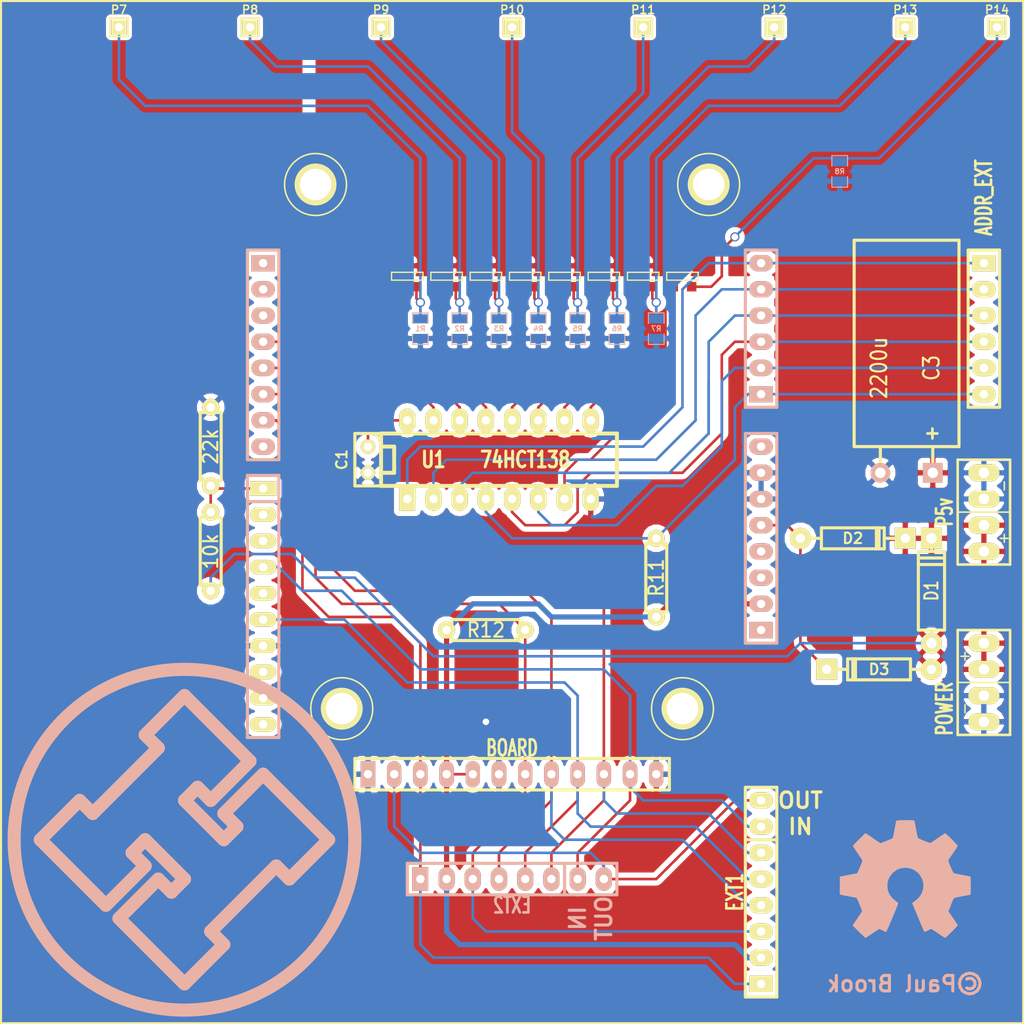
<source format=kicad_pcb>
(kicad_pcb (version 3) (host pcbnew "(22-Jun-2014 BZR 4027)-stable")
  (layers (15 F.Cu signal) (0 B.Cu signal) (18 B.Paste user) (19 F.Paste user) (20 B.SilkS user) (21 F.SilkS user) (22 B.Mask user) (23 F.Mask user) (28 Edge.Cuts user))
  (net 0 "")
  (net 1 /5v)
  (net 2 /5v_EXT)
  (net 3 /5v_USB)
  (net 4 /A0)
  (net 5 /A1)
  (net 6 /A2)
  (net 7 /A3)
  (net 8 /A3in)
  (net 9 /A_EN)
  (net 10 /BLANK)
  (net 11 /GND)
  (net 12 /GSCLK)
  (net 13 /MODE)
  (net 14 /Q1)
  (net 15 /Q2)
  (net 16 /Q3)
  (net 17 /Q4)
  (net 18 /Q5)
  (net 19 /Q6)
  (net 20 /Q7)
  (net 21 /Q8)
  (net 22 /S1)
  (net 23 /S2)
  (net 24 /S3)
  (net 25 /S4)
  (net 26 /S5)
  (net 27 /S6)
  (net 28 /S7)
  (net 29 /S8)
  (net 30 /SCLK)
  (net 31 /SENSE_EXT)
  (net 32 /SIN)
  (net 33 /SOUT)
  (net 34 /VCC)
  (net 35 /XLAT)
  (module SIL-8-ELL (layer B.Cu) (at 76.2 111.76)
    (fp_text reference P22 hide)
    (fp_text value EXT2 (at 0 2.54) (layer B.SilkS) (effects (font (size 1.524 1.016) (thickness 0.3048)) (justify mirror)))
    (pad 1 thru_hole rect (at -8.89 0) (size 1.5748 2.286) (drill 0.8128) (layers *.Cu *.Mask B.SilkS) (net 12 /GSCLK))
    (pad 2 thru_hole oval (at -6.35 0) (size 1.5748 2.286) (drill 0.8128) (layers *.Cu *.Mask B.SilkS) (net 34 /VCC))
    (pad 3 thru_hole oval (at -3.81 0) (size 1.5748 2.286) (drill 0.8128) (layers *.Cu *.Mask B.SilkS) (net 10 /BLANK))
    (pad 4 thru_hole oval (at -1.27 0) (size 1.5748 2.286) (drill 0.8128) (layers *.Cu *.Mask B.SilkS) (net 35 /XLAT))
    (pad 5 thru_hole oval (at 1.27 0) (size 1.5748 2.286) (drill 0.8128) (layers *.Cu *.Mask B.SilkS) (net 30 /SCLK))
    (pad 6 thru_hole oval (at 3.81 0) (size 1.5748 2.286) (drill 0.8128) (layers *.Cu *.Mask B.SilkS) (net 13 /MODE))
    (pad 7 thru_hole oval (at 6.35 0) (size 1.5748 2.286) (drill 0.8128) (layers *.Cu *.Mask B.SilkS) (net 32 /SIN))
    (pad 8 thru_hole oval (at 8.89 0) (size 1.5748 2.286) (drill 0.8128) (layers *.Cu *.Mask B.SilkS) (net 33 /SOUT))
  )
  (module SIL-8-ELL (layer F.Cu) (at 100.33 113.03 90)
    (fp_text reference P20 hide)
    (fp_text value EXT1 (at 0 -2.54 90) (layer F.SilkS) (effects (font (size 1.524 1.016) (thickness 0.3048))))
    (pad 1 thru_hole rect (at -8.89 0 90) (size 1.5748 2.286) (drill 0.8128) (layers *.Cu *.Mask F.SilkS) (net 12 /GSCLK))
    (pad 2 thru_hole oval (at -6.35 0 90) (size 1.5748 2.286) (drill 0.8128) (layers *.Cu *.Mask F.SilkS) (net 34 /VCC))
    (pad 3 thru_hole oval (at -3.81 0 90) (size 1.5748 2.286) (drill 0.8128) (layers *.Cu *.Mask F.SilkS) (net 10 /BLANK))
    (pad 4 thru_hole oval (at -1.27 0 90) (size 1.5748 2.286) (drill 0.8128) (layers *.Cu *.Mask F.SilkS) (net 35 /XLAT))
    (pad 5 thru_hole oval (at 1.27 0 90) (size 1.5748 2.286) (drill 0.8128) (layers *.Cu *.Mask F.SilkS) (net 30 /SCLK))
    (pad 6 thru_hole oval (at 3.81 0 90) (size 1.5748 2.286) (drill 0.8128) (layers *.Cu *.Mask F.SilkS) (net 13 /MODE))
    (pad 7 thru_hole oval (at 6.35 0 90) (size 1.5748 2.286) (drill 0.8128) (layers *.Cu *.Mask F.SilkS) (net 32 /SIN))
    (pad 8 thru_hole oval (at 8.89 0 90) (size 1.5748 2.286) (drill 0.8128) (layers *.Cu *.Mask F.SilkS) (net 33 /SOUT))
  )
  (module DIP-16__300_ELL (layer F.Cu) (at 74.93 71.12)
    (fp_text reference U1 (at -6.35 0) (layer F.SilkS) (effects (font (size 1.524 1.143) (thickness 0.3048))))
    (fp_text value 74HCT138 (at 2.54 0) (layer F.SilkS) (effects (font (size 1.524 1.143) (thickness 0.3048))))
    (pad 1 thru_hole rect (at -8.89 3.81) (size 1.5748 2.286) (drill 0.8128) (layers *.Cu *.Mask F.SilkS) (net 4 /A0))
    (pad 2 thru_hole oval (at -6.35 3.81) (size 1.5748 2.286) (drill 0.8128) (layers *.Cu *.Mask F.SilkS) (net 5 /A1))
    (pad 3 thru_hole oval (at -3.81 3.81) (size 1.5748 2.286) (drill 0.8128) (layers *.Cu *.Mask F.SilkS) (net 6 /A2))
    (pad 4 thru_hole oval (at -1.27 3.81) (size 1.5748 2.286) (drill 0.8128) (layers *.Cu *.Mask F.SilkS) (net 9 /A_EN))
    (pad 5 thru_hole oval (at 1.27 3.81) (size 1.5748 2.286) (drill 0.8128) (layers *.Cu *.Mask F.SilkS) (net 7 /A3))
    (pad 6 thru_hole oval (at 3.81 3.81) (size 1.5748 2.286) (drill 0.8128) (layers *.Cu *.Mask F.SilkS) (net 8 /A3in))
    (pad 7 thru_hole oval (at 6.35 3.81) (size 1.5748 2.286) (drill 0.8128) (layers *.Cu *.Mask F.SilkS) (net 21 /Q8))
    (pad 8 thru_hole oval (at 8.89 3.81) (size 1.5748 2.286) (drill 0.8128) (layers *.Cu *.Mask F.SilkS) (net 11 /GND))
    (pad 9 thru_hole oval (at 8.89 -3.81) (size 1.5748 2.286) (drill 0.8128) (layers *.Cu *.Mask F.SilkS) (net 20 /Q7))
    (pad 10 thru_hole oval (at 6.35 -3.81) (size 1.5748 2.286) (drill 0.8128) (layers *.Cu *.Mask F.SilkS) (net 19 /Q6))
    (pad 11 thru_hole oval (at 3.81 -3.81) (size 1.5748 2.286) (drill 0.8128) (layers *.Cu *.Mask F.SilkS) (net 18 /Q5))
    (pad 12 thru_hole oval (at 1.27 -3.81) (size 1.5748 2.286) (drill 0.8128) (layers *.Cu *.Mask F.SilkS) (net 17 /Q4))
    (pad 13 thru_hole oval (at -1.27 -3.81) (size 1.5748 2.286) (drill 0.8128) (layers *.Cu *.Mask F.SilkS) (net 16 /Q3))
    (pad 14 thru_hole oval (at -3.81 -3.81) (size 1.5748 2.286) (drill 0.8128) (layers *.Cu *.Mask F.SilkS) (net 15 /Q2))
    (pad 15 thru_hole oval (at -6.35 -3.81) (size 1.5748 2.286) (drill 0.8128) (layers *.Cu *.Mask F.SilkS) (net 14 /Q1))
    (pad 16 thru_hole oval (at -8.89 -3.81) (size 1.5748 2.286) (drill 0.8128) (layers *.Cu *.Mask F.SilkS) (net 1 /5v))
  )
  (module 0805 (layer B.Cu) (at 107.95 43.18 270)
    (fp_text reference R8 (at 0 0 540) (layer B.SilkS) (effects (font (size 0.50038 0.50038) (thickness 0.10922)) (justify mirror)))
    (fp_text value R hide)
    (pad 1 smd rect (at -0.9525 0 270) (size 0.889 1.397) (layers B.Cu B.Paste B.Mask) (net 29 /S8))
    (pad 2 smd rect (at 0.9525 0 270) (size 0.889 1.397) (layers B.Cu B.Paste B.Mask) (net 11 /GND))
  )
  (module 0805 (layer B.Cu) (at 90.17 58.42 270)
    (fp_text reference R7 (at 0 0 540) (layer B.SilkS) (effects (font (size 0.50038 0.50038) (thickness 0.10922)) (justify mirror)))
    (fp_text value R hide)
    (pad 1 smd rect (at -0.9525 0 270) (size 0.889 1.397) (layers B.Cu B.Paste B.Mask) (net 28 /S7))
    (pad 2 smd rect (at 0.9525 0 270) (size 0.889 1.397) (layers B.Cu B.Paste B.Mask) (net 11 /GND))
  )
  (module 0805 (layer B.Cu) (at 67.31 58.42 270)
    (fp_text reference R1 (at 0 0 540) (layer B.SilkS) (effects (font (size 0.50038 0.50038) (thickness 0.10922)) (justify mirror)))
    (fp_text value R hide)
    (pad 1 smd rect (at -0.9525 0 270) (size 0.889 1.397) (layers B.Cu B.Paste B.Mask) (net 22 /S1))
    (pad 2 smd rect (at 0.9525 0 270) (size 0.889 1.397) (layers B.Cu B.Paste B.Mask) (net 11 /GND))
  )
  (module 0805 (layer B.Cu) (at 71.12 58.42 270)
    (fp_text reference R2 (at 0 0 540) (layer B.SilkS) (effects (font (size 0.50038 0.50038) (thickness 0.10922)) (justify mirror)))
    (fp_text value R hide)
    (pad 1 smd rect (at -0.9525 0 270) (size 0.889 1.397) (layers B.Cu B.Paste B.Mask) (net 23 /S2))
    (pad 2 smd rect (at 0.9525 0 270) (size 0.889 1.397) (layers B.Cu B.Paste B.Mask) (net 11 /GND))
  )
  (module 0805 (layer B.Cu) (at 74.93 58.42 270)
    (fp_text reference R3 (at 0 0 540) (layer B.SilkS) (effects (font (size 0.50038 0.50038) (thickness 0.10922)) (justify mirror)))
    (fp_text value R hide)
    (pad 1 smd rect (at -0.9525 0 270) (size 0.889 1.397) (layers B.Cu B.Paste B.Mask) (net 24 /S3))
    (pad 2 smd rect (at 0.9525 0 270) (size 0.889 1.397) (layers B.Cu B.Paste B.Mask) (net 11 /GND))
  )
  (module 0805 (layer B.Cu) (at 78.74 58.42 270)
    (fp_text reference R4 (at 0 0 540) (layer B.SilkS) (effects (font (size 0.50038 0.50038) (thickness 0.10922)) (justify mirror)))
    (fp_text value R hide)
    (pad 1 smd rect (at -0.9525 0 270) (size 0.889 1.397) (layers B.Cu B.Paste B.Mask) (net 25 /S4))
    (pad 2 smd rect (at 0.9525 0 270) (size 0.889 1.397) (layers B.Cu B.Paste B.Mask) (net 11 /GND))
  )
  (module 0805 (layer B.Cu) (at 82.55 58.42 270)
    (fp_text reference R5 (at 0 0 540) (layer B.SilkS) (effects (font (size 0.50038 0.50038) (thickness 0.10922)) (justify mirror)))
    (fp_text value R hide)
    (pad 1 smd rect (at -0.9525 0 270) (size 0.889 1.397) (layers B.Cu B.Paste B.Mask) (net 26 /S5))
    (pad 2 smd rect (at 0.9525 0 270) (size 0.889 1.397) (layers B.Cu B.Paste B.Mask) (net 11 /GND))
  )
  (module 0805 (layer B.Cu) (at 86.36 58.42 270)
    (fp_text reference R6 (at 0 0 540) (layer B.SilkS) (effects (font (size 0.50038 0.50038) (thickness 0.10922)) (justify mirror)))
    (fp_text value R hide)
    (pad 1 smd rect (at -0.9525 0 270) (size 0.889 1.397) (layers B.Cu B.Paste B.Mask) (net 27 /S6))
    (pad 2 smd rect (at 0.9525 0 270) (size 0.889 1.397) (layers B.Cu B.Paste B.Mask) (net 11 /GND))
  )
  (module SIL-1 (layer F.Cu) (at 50.8 29.21)
    (fp_text reference P8 (at 0 -1.7) (layer F.SilkS) (effects (font (size 0.8 0.8))))
    (fp_text value CONN_1 hide)
    (pad 1 thru_hole rect (at 0 0) (size 1.5 1.5) (drill 0.8) (layers *.Cu *.Mask F.SilkS) (net 23 /S2))
  )
  (module SIL-1 (layer F.Cu) (at 38.1 29.21)
    (fp_text reference P7 (at 0 -1.7) (layer F.SilkS) (effects (font (size 0.8 0.8))))
    (fp_text value CONN_1 hide)
    (pad 1 thru_hole rect (at 0 0) (size 1.5 1.5) (drill 0.8) (layers *.Cu *.Mask F.SilkS) (net 22 /S1))
  )
  (module SIL-1 (layer F.Cu) (at 123.19 29.21)
    (fp_text reference P14 (at 0 -1.7) (layer F.SilkS) (effects (font (size 0.8 0.8))))
    (fp_text value CONN_1 hide)
    (pad 1 thru_hole rect (at 0 0) (size 1.5 1.5) (drill 0.8) (layers *.Cu *.Mask F.SilkS) (net 29 /S8))
  )
  (module SIL-1 (layer F.Cu) (at 114.3 29.21)
    (fp_text reference P13 (at 0 -1.7) (layer F.SilkS) (effects (font (size 0.8 0.8))))
    (fp_text value CONN_1 hide)
    (pad 1 thru_hole rect (at 0 0) (size 1.5 1.5) (drill 0.8) (layers *.Cu *.Mask F.SilkS) (net 28 /S7))
  )
  (module SIL-1 (layer F.Cu) (at 101.6 29.21)
    (fp_text reference P12 (at 0 -1.7) (layer F.SilkS) (effects (font (size 0.8 0.8))))
    (fp_text value CONN_1 hide)
    (pad 1 thru_hole rect (at 0 0) (size 1.5 1.5) (drill 0.8) (layers *.Cu *.Mask F.SilkS) (net 27 /S6))
  )
  (module SIL-1 (layer F.Cu) (at 88.9 29.21)
    (fp_text reference P11 (at 0 -1.7) (layer F.SilkS) (effects (font (size 0.8 0.8))))
    (fp_text value CONN_1 hide)
    (pad 1 thru_hole rect (at 0 0) (size 1.5 1.5) (drill 0.8) (layers *.Cu *.Mask F.SilkS) (net 26 /S5))
  )
  (module SIL-1 (layer F.Cu) (at 76.2 29.21)
    (fp_text reference P10 (at 0 -1.7) (layer F.SilkS) (effects (font (size 0.8 0.8))))
    (fp_text value CONN_1 hide)
    (pad 1 thru_hole rect (at 0 0) (size 1.5 1.5) (drill 0.8) (layers *.Cu *.Mask F.SilkS) (net 25 /S4))
  )
  (module SIL-1 (layer F.Cu) (at 63.5 29.21)
    (fp_text reference P9 (at 0 -1.7) (layer F.SilkS) (effects (font (size 0.8 0.8))))
    (fp_text value CONN_1 hide)
    (pad 1 thru_hole rect (at 0 0) (size 1.5 1.5) (drill 0.8) (layers *.Cu *.Mask F.SilkS) (net 24 /S3))
  )
  (module HOLE3 (layer F.Cu) (at 57.15 44.45)
    (fp_text reference P15 hide)
    (fp_text value CONN_1 hide)
    (pad 1 thru_hole circle (at 0 0) (size 4.064 4.064) (drill 3.048) (layers *.Cu *.Mask F.SilkS) (net 11 /GND))
  )
  (module HOLE3 (layer F.Cu) (at 92.71 95.25)
    (fp_text reference P16 hide)
    (fp_text value CONN_1 hide)
    (pad 1 thru_hole circle (at 0 0) (size 4.064 4.064) (drill 3.048) (layers *.Cu *.Mask F.SilkS) (net 11 /GND))
  )
  (module HOLE3 (layer F.Cu) (at 59.69 95.25)
    (fp_text reference P17 hide)
    (fp_text value CONN_1 hide)
    (pad 1 thru_hole circle (at 0 0) (size 4.064 4.064) (drill 3.048) (layers *.Cu *.Mask F.SilkS) (net 11 /GND))
  )
  (module HOLE3 (layer F.Cu) (at 95.25 44.45)
    (fp_text reference P18 hide)
    (fp_text value CONN_1 hide)
    (pad 1 thru_hole circle (at 0 0) (size 4.064 4.064) (drill 3.048) (layers *.Cu *.Mask F.SilkS) (net 11 /GND))
  )
  (module R3-LARGE_PADS (layer F.Cu) (at 46.99 80.01 90)
    (fp_text reference R9 hide)
    (fp_text value 10k (at 0 0 90) (layer F.SilkS) (effects (font (size 1.397 1.27) (thickness 0.2032))))
    (pad 1 thru_hole circle (at -3.81 0 90) (size 1.651 1.651) (drill 0.8128) (layers *.Cu *.Mask F.SilkS) (net 2 /5v_EXT))
    (pad 2 thru_hole circle (at 3.81 0 90) (size 1.651 1.651) (drill 0.8128) (layers *.Cu *.Mask F.SilkS) (net 31 /SENSE_EXT))
  )
  (module R3-LARGE_PADS (layer F.Cu) (at 46.99 69.85 90)
    (fp_text reference R10 hide)
    (fp_text value 22k (at 0 0 90) (layer F.SilkS) (effects (font (size 1.397 1.27) (thickness 0.2032))))
    (pad 1 thru_hole circle (at -3.81 0 90) (size 1.651 1.651) (drill 0.8128) (layers *.Cu *.Mask F.SilkS) (net 31 /SENSE_EXT))
    (pad 2 thru_hole circle (at 3.81 0 90) (size 1.651 1.651) (drill 0.8128) (layers *.Cu *.Mask F.SilkS) (net 11 /GND))
  )
  (module C1 (layer F.Cu) (at 62.23 71.12 270)
    (fp_text reference C1 (at 0 2.54 270) (layer F.SilkS) (effects (font (size 1.016 1.016) (thickness 0.2032))))
    (fp_text value 100n hide)
    (pad 1 thru_hole circle (at -1.27 0 270) (size 1.397 1.397) (drill 0.8128) (layers *.Cu *.Mask F.SilkS) (net 1 /5v))
    (pad 2 thru_hole circle (at 1.27 0 270) (size 1.397 1.397) (drill 0.8128) (layers *.Cu *.Mask F.SilkS) (net 11 /GND))
  )
  (module DO-41 (layer F.Cu) (at 111.76 91.44 180)
    (fp_text reference D3 (at 0 0 180) (layer F.SilkS) (effects (font (size 1.016 1.016) (thickness 0.2032))))
    (fp_text value DIODE hide)
    (pad 2 thru_hole rect (at 5.08 0 180) (size 2.032 2.032) (drill 0.889) (layers *.Cu *.Mask F.SilkS) (net 3 /5v_USB))
    (pad 1 thru_hole circle (at -5.08 0 180) (size 2.032 2.032) (drill 0.889) (layers *.Cu *.Mask F.SilkS) (net 2 /5v_EXT))
  )
  (module D4 (layer F.Cu) (at 116.84 83.82 90)
    (fp_text reference D1 (at 0 0 90) (layer F.SilkS) (effects (font (size 1.27 1.016) (thickness 0.2032))))
    (fp_text value DIODESCH hide)
    (pad 1 thru_hole circle (at -5.08 0 90) (size 2.032 2.032) (drill 1.016) (layers *.Cu *.Mask F.SilkS) (net 2 /5v_EXT))
    (pad 2 thru_hole rect (at 5.08 0 90) (size 2.032 2.032) (drill 1.016) (layers *.Cu *.Mask F.SilkS) (net 1 /5v))
  )
  (module DO-41 (layer F.Cu) (at 109.22 78.74)
    (fp_text reference D2 (at 0 0) (layer F.SilkS) (effects (font (size 1.016 1.016) (thickness 0.2032))))
    (fp_text value DIODESCH hide)
    (pad 2 thru_hole rect (at 5.08 0) (size 2.032 2.032) (drill 0.889) (layers *.Cu *.Mask F.SilkS) (net 1 /5v))
    (pad 1 thru_hole circle (at -5.08 0) (size 2.032 2.032) (drill 0.889) (layers *.Cu *.Mask F.SilkS) (net 3 /5v_USB))
  )
  (module CPR10X20 (layer F.Cu) (at 114.3 72.39 270)
    (fp_text reference C3 (at -10.16 -2.54 270) (layer F.SilkS) (effects (font (size 1.524 1.27) (thickness 0.2032))))
    (fp_text value 2200u (at -10.16 2.54 270) (layer F.SilkS) (effects (font (size 1.524 1.27) (thickness 0.2032))))
    (fp_text user + (at -3.81 -2.54 270) (layer F.SilkS) (effects (font (size 1.27 1.27) (thickness 0.254))))
    (pad 1 thru_hole rect (at 0 -2.667 270) (size 1.905 1.905) (drill 1.016) (layers *.Cu *.SilkS *.Mask) (net 1 /5v))
    (pad 2 thru_hole circle (at 0 2.413 270) (size 1.905 1.905) (drill 1.016) (layers *.Cu *.SilkS *.Mask) (net 11 /GND))
  )
  (module R3-LARGE_PADS (layer F.Cu) (at 73.66 87.63 180)
    (fp_text reference R12 (at 0 0 180) (layer F.SilkS) (effects (font (size 1.397 1.27) (thickness 0.2032))))
    (fp_text value R hide)
    (pad 1 thru_hole circle (at -3.81 0 180) (size 1.651 1.651) (drill 0.8128) (layers *.Cu *.Mask F.SilkS) (net 10 /BLANK))
    (pad 2 thru_hole circle (at 3.81 0 180) (size 1.651 1.651) (drill 0.8128) (layers *.Cu *.Mask F.SilkS) (net 34 /VCC))
  )
  (module R3-LARGE_PADS (layer F.Cu) (at 90.17 82.55 270)
    (fp_text reference R11 (at 0 0 270) (layer F.SilkS) (effects (font (size 1.397 1.27) (thickness 0.2032))))
    (fp_text value R hide)
    (pad 1 thru_hole circle (at -3.81 0 270) (size 1.651 1.651) (drill 0.8128) (layers *.Cu *.Mask F.SilkS) (net 9 /A_EN))
    (pad 2 thru_hole circle (at 3.81 0 270) (size 1.651 1.651) (drill 0.8128) (layers *.Cu *.Mask F.SilkS) (net 34 /VCC))
  )
  (module power2 (layer F.Cu) (at 121.92 92.71 90)
    (fp_text reference P5 hide)
    (fp_text value POWER (at -2.54 -3.81 90) (layer F.SilkS) (effects (font (size 1.524 1.016) (thickness 0.254))))
    (fp_text user - (at -2.54 -1.905 90) (layer F.SilkS))
    (fp_text user + (at 2.54 -1.905 90) (layer F.SilkS))
    (pad 1 thru_hole oval (at -1.27 0 90) (size 1.651 3.01498) (drill 1.016) (layers *.Cu *.Mask F.Paste F.SilkS) (net 11 /GND))
    (pad 2 thru_hole oval (at 1.27 0 90) (size 1.651 3.01498) (drill 1.016) (layers *.Cu *.Mask F.Paste F.SilkS) (net 2 /5v_EXT))
    (pad 1 thru_hole oval (at -3.81 0 90) (size 1.651 3.01498) (drill 1.016) (layers *.Cu *.Mask F.Paste F.SilkS) (net 11 /GND))
    (pad 2 thru_hole oval (at 3.81 0 90) (size 1.651 3.01498) (drill 1.016) (layers *.Cu *.Mask F.Paste F.SilkS) (net 2 /5v_EXT))
  )
  (module SIL-8-ELL (layer B.Cu) (at 100.33 78.74 90)
    (fp_text reference P3 hide)
    (fp_text value POWER hide)
    (pad 1 thru_hole rect (at -8.89 0 90) (size 1.5748 2.286) (drill 0.8128) (layers *.Cu *.Mask B.SilkS))
    (pad 2 thru_hole oval (at -6.35 0 90) (size 1.5748 2.286) (drill 0.8128) (layers *.Cu *.Mask B.SilkS) (net 34 /VCC))
    (pad 3 thru_hole oval (at -3.81 0 90) (size 1.5748 2.286) (drill 0.8128) (layers *.Cu *.Mask B.SilkS))
    (pad 4 thru_hole oval (at -1.27 0 90) (size 1.5748 2.286) (drill 0.8128) (layers *.Cu *.Mask B.SilkS))
    (pad 5 thru_hole oval (at 1.27 0 90) (size 1.5748 2.286) (drill 0.8128) (layers *.Cu *.Mask B.SilkS) (net 3 /5v_USB))
    (pad 6 thru_hole oval (at 3.81 0 90) (size 1.5748 2.286) (drill 0.8128) (layers *.Cu *.Mask B.SilkS) (net 11 /GND))
    (pad 7 thru_hole oval (at 6.35 0 90) (size 1.5748 2.286) (drill 0.8128) (layers *.Cu *.Mask B.SilkS) (net 11 /GND))
    (pad 8 thru_hole oval (at 8.89 0 90) (size 1.5748 2.286) (drill 0.8128) (layers *.Cu *.Mask B.SilkS))
  )
  (module SIL-6-ELL (layer B.Cu) (at 100.33 58.42 90)
    (fp_text reference P4 hide)
    (fp_text value A0_5 hide)
    (pad 1 thru_hole rect (at -6.35 0 90) (size 1.5748 2.286) (drill 0.8128) (layers *.Cu *.Mask B.SilkS) (net 9 /A_EN))
    (pad 2 thru_hole oval (at -3.81 0 90) (size 1.5748 2.286) (drill 0.8128) (layers *.Cu *.Mask B.SilkS) (net 8 /A3in))
    (pad 3 thru_hole oval (at -1.27 0 90) (size 1.5748 2.286) (drill 0.8128) (layers *.Cu *.Mask B.SilkS) (net 7 /A3))
    (pad 4 thru_hole oval (at 1.27 0 90) (size 1.5748 2.286) (drill 0.8128) (layers *.Cu *.Mask B.SilkS) (net 6 /A2))
    (pad 5 thru_hole oval (at 3.81 0 90) (size 1.5748 2.286) (drill 0.8128) (layers *.Cu *.Mask B.SilkS) (net 5 /A1))
    (pad 6 thru_hole oval (at 6.35 0 90) (size 1.5748 2.286) (drill 0.8128) (layers *.Cu *.Mask B.SilkS) (net 4 /A0))
  )
  (module SIL-8-ELL (layer B.Cu) (at 52.07 60.96 270)
    (fp_text reference P1 hide)
    (fp_text value D0_7 hide)
    (pad 1 thru_hole rect (at -8.89 0 270) (size 1.5748 2.286) (drill 0.8128) (layers *.Cu *.Mask B.SilkS))
    (pad 2 thru_hole oval (at -6.35 0 270) (size 1.5748 2.286) (drill 0.8128) (layers *.Cu *.Mask B.SilkS))
    (pad 3 thru_hole oval (at -3.81 0 270) (size 1.5748 2.286) (drill 0.8128) (layers *.Cu *.Mask B.SilkS))
    (pad 4 thru_hole oval (at -1.27 0 270) (size 1.5748 2.286) (drill 0.8128) (layers *.Cu *.Mask B.SilkS) (net 13 /MODE))
    (pad 5 thru_hole oval (at 1.27 0 270) (size 1.5748 2.286) (drill 0.8128) (layers *.Cu *.Mask B.SilkS) (net 35 /XLAT))
    (pad 6 thru_hole oval (at 3.81 0 270) (size 1.5748 2.286) (drill 0.8128) (layers *.Cu *.Mask B.SilkS) (net 10 /BLANK))
    (pad 7 thru_hole oval (at 6.35 0 270) (size 1.5748 2.286) (drill 0.8128) (layers *.Cu *.Mask B.SilkS) (net 12 /GSCLK))
    (pad 8 thru_hole oval (at 8.89 0 270) (size 1.5748 2.286) (drill 0.8128) (layers *.Cu *.Mask B.SilkS))
  )
  (module SIL-10-ELL (layer B.Cu) (at 52.07 85.344 270)
    (fp_text reference P2 hide)
    (fp_text value D8_13 hide)
    (pad 1 thru_hole rect (at -11.43 0 270) (size 1.397 2.54) (drill 0.8128) (layers *.Cu *.Mask F.SilkS) (net 31 /SENSE_EXT))
    (pad 2 thru_hole oval (at -8.89 0 270) (size 1.397 2.54) (drill 0.8128) (layers *.Cu *.Mask F.SilkS))
    (pad 3 thru_hole oval (at -6.35 0 270) (size 1.397 2.54) (drill 0.8128) (layers *.Cu *.Mask F.SilkS))
    (pad 4 thru_hole oval (at -3.81 0 270) (size 1.397 2.54) (drill 0.8128) (layers *.Cu *.Mask F.SilkS) (net 32 /SIN))
    (pad 5 thru_hole oval (at -1.27 0 270) (size 1.397 2.54) (drill 0.8128) (layers *.Cu *.Mask F.SilkS))
    (pad 6 thru_hole oval (at 1.27 0 270) (size 1.397 2.54) (drill 0.8128) (layers *.Cu *.Mask F.SilkS) (net 30 /SCLK))
    (pad 7 thru_hole oval (at 3.81 0 270) (size 1.397 2.54) (drill 0.8128) (layers *.Cu *.Mask F.SilkS) (net 11 /GND))
    (pad 8 thru_hole oval (at 6.35 0 270) (size 1.397 2.54) (drill 0.8128) (layers *.Cu *.Mask F.SilkS))
    (pad 9 thru_hole oval (at 8.89 0 270) (size 1.397 2.54) (drill 0.8128) (layers *.Cu *.Mask F.SilkS))
    (pad 10 thru_hole oval (at 11.43 0 270) (size 1.397 2.54) (drill 0.8128) (layers *.Cu *.Mask F.SilkS))
  )
  (module SIL-6-ELL (layer F.Cu) (at 121.92 58.42 270)
    (fp_text reference P21 hide)
    (fp_text value ADDR_EXT (at -12.7 0 270) (layer F.SilkS) (effects (font (size 1.524 1.016) (thickness 0.254))))
    (pad 1 thru_hole rect (at -6.35 0 270) (size 1.5748 2.286) (drill 0.8128) (layers *.Cu *.Mask F.SilkS) (net 4 /A0))
    (pad 2 thru_hole oval (at -3.81 0 270) (size 1.5748 2.286) (drill 0.8128) (layers *.Cu *.Mask F.SilkS) (net 5 /A1))
    (pad 3 thru_hole oval (at -1.27 0 270) (size 1.5748 2.286) (drill 0.8128) (layers *.Cu *.Mask F.SilkS) (net 6 /A2))
    (pad 4 thru_hole oval (at 1.27 0 270) (size 1.5748 2.286) (drill 0.8128) (layers *.Cu *.Mask F.SilkS) (net 7 /A3))
    (pad 5 thru_hole oval (at 3.81 0 270) (size 1.5748 2.286) (drill 0.8128) (layers *.Cu *.Mask F.SilkS) (net 8 /A3in))
    (pad 6 thru_hole oval (at 6.35 0 270) (size 1.5748 2.286) (drill 0.8128) (layers *.Cu *.Mask F.SilkS) (net 9 /A_EN))
  )
  (module SIL-12-ELL (layer F.Cu) (at 76.2 101.6)
    (fp_text reference P6 hide)
    (fp_text value BOARD (at 0 -2.54) (layer F.SilkS) (effects (font (size 1.524 1.016) (thickness 0.3048))))
    (pad 1 thru_hole rect (at -13.97 0) (size 1.397 2.54) (drill 0.8128) (layers *.Cu *.Mask B.SilkS) (net 11 /GND))
    (pad 2 thru_hole oval (at -11.43 0) (size 1.397 2.54) (drill 0.8128) (layers *.Cu *.Mask B.SilkS) (net 33 /SOUT))
    (pad 3 thru_hole oval (at -8.89 0) (size 1.397 2.54) (drill 0.8128) (layers *.Cu *.Mask B.SilkS) (net 12 /GSCLK))
    (pad 4 thru_hole oval (at -6.35 0) (size 1.397 2.54) (drill 0.8128) (layers *.Cu *.Mask B.SilkS) (net 34 /VCC))
    (pad 5 thru_hole oval (at -3.81 0) (size 1.397 2.54) (drill 0.8128) (layers *.Cu *.Mask B.SilkS) (net 34 /VCC))
    (pad 6 thru_hole oval (at -1.27 0) (size 1.397 2.54) (drill 0.8128) (layers *.Cu *.Mask B.SilkS) (net 11 /GND))
    (pad 7 thru_hole oval (at 1.27 0) (size 1.397 2.54) (drill 0.8128) (layers *.Cu *.Mask B.SilkS) (net 10 /BLANK))
    (pad 8 thru_hole oval (at 3.81 0) (size 1.397 2.54) (drill 0.8128) (layers *.Cu *.Mask B.SilkS) (net 35 /XLAT))
    (pad 9 thru_hole oval (at 6.35 0) (size 1.397 2.54) (drill 0.8128) (layers *.Cu *.Mask B.SilkS) (net 30 /SCLK))
    (pad 10 thru_hole oval (at 8.89 0) (size 1.397 2.54) (drill 0.8128) (layers *.Cu *.Mask B.SilkS) (net 13 /MODE))
    (pad 11 thru_hole oval (at 11.43 0) (size 1.397 2.54) (drill 0.8128) (layers *.Cu *.Mask B.SilkS) (net 32 /SIN))
    (pad 12 thru_hole oval (at 13.97 0) (size 1.397 2.54) (drill 0.8128) (layers *.Cu *.Mask B.SilkS) (net 11 /GND))
  )
  (module SOT23GDS_NP (layer F.Cu) (at 92.71 53.34 180)
    (fp_text reference Q8 hide)
    (fp_text value MOS_P hide)
    (pad S smd rect (at -0.889 -1.016 180) (size 0.9144 0.9144) (layers F.Cu F.Paste F.Mask) (net 29 /S8))
    (pad G smd rect (at 0.889 -1.016 180) (size 0.9144 0.9144) (layers F.Cu F.Paste F.Mask) (net 21 /Q8))
    (pad D smd rect (at 0 1.016 180) (size 0.9144 0.9144) (layers F.Cu F.Paste F.Mask) (net 1 /5v))
  )
  (module SOT23GDS_NP (layer F.Cu) (at 88.9 53.34 180)
    (fp_text reference Q7 hide)
    (fp_text value MOS_P hide)
    (pad S smd rect (at -0.889 -1.016 180) (size 0.9144 0.9144) (layers F.Cu F.Paste F.Mask) (net 28 /S7))
    (pad G smd rect (at 0.889 -1.016 180) (size 0.9144 0.9144) (layers F.Cu F.Paste F.Mask) (net 20 /Q7))
    (pad D smd rect (at 0 1.016 180) (size 0.9144 0.9144) (layers F.Cu F.Paste F.Mask) (net 1 /5v))
  )
  (module SOT23GDS_NP (layer F.Cu) (at 85.09 53.34 180)
    (fp_text reference Q6 hide)
    (fp_text value MOS_P hide)
    (pad S smd rect (at -0.889 -1.016 180) (size 0.9144 0.9144) (layers F.Cu F.Paste F.Mask) (net 27 /S6))
    (pad G smd rect (at 0.889 -1.016 180) (size 0.9144 0.9144) (layers F.Cu F.Paste F.Mask) (net 19 /Q6))
    (pad D smd rect (at 0 1.016 180) (size 0.9144 0.9144) (layers F.Cu F.Paste F.Mask) (net 1 /5v))
  )
  (module SOT23GDS_NP (layer F.Cu) (at 81.28 53.34 180)
    (fp_text reference Q5 hide)
    (fp_text value MOS_P hide)
    (pad S smd rect (at -0.889 -1.016 180) (size 0.9144 0.9144) (layers F.Cu F.Paste F.Mask) (net 26 /S5))
    (pad G smd rect (at 0.889 -1.016 180) (size 0.9144 0.9144) (layers F.Cu F.Paste F.Mask) (net 18 /Q5))
    (pad D smd rect (at 0 1.016 180) (size 0.9144 0.9144) (layers F.Cu F.Paste F.Mask) (net 1 /5v))
  )
  (module SOT23GDS_NP (layer F.Cu) (at 77.47 53.34 180)
    (fp_text reference Q4 hide)
    (fp_text value MOS_P hide)
    (pad S smd rect (at -0.889 -1.016 180) (size 0.9144 0.9144) (layers F.Cu F.Paste F.Mask) (net 25 /S4))
    (pad G smd rect (at 0.889 -1.016 180) (size 0.9144 0.9144) (layers F.Cu F.Paste F.Mask) (net 17 /Q4))
    (pad D smd rect (at 0 1.016 180) (size 0.9144 0.9144) (layers F.Cu F.Paste F.Mask) (net 1 /5v))
  )
  (module SOT23GDS_NP (layer F.Cu) (at 73.66 53.34 180)
    (fp_text reference Q3 hide)
    (fp_text value MOS_P hide)
    (pad S smd rect (at -0.889 -1.016 180) (size 0.9144 0.9144) (layers F.Cu F.Paste F.Mask) (net 24 /S3))
    (pad G smd rect (at 0.889 -1.016 180) (size 0.9144 0.9144) (layers F.Cu F.Paste F.Mask) (net 16 /Q3))
    (pad D smd rect (at 0 1.016 180) (size 0.9144 0.9144) (layers F.Cu F.Paste F.Mask) (net 1 /5v))
  )
  (module SOT23GDS_NP (layer F.Cu) (at 69.85 53.34 180)
    (fp_text reference Q2 hide)
    (fp_text value MOS_P hide)
    (pad S smd rect (at -0.889 -1.016 180) (size 0.9144 0.9144) (layers F.Cu F.Paste F.Mask) (net 23 /S2))
    (pad G smd rect (at 0.889 -1.016 180) (size 0.9144 0.9144) (layers F.Cu F.Paste F.Mask) (net 15 /Q2))
    (pad D smd rect (at 0 1.016 180) (size 0.9144 0.9144) (layers F.Cu F.Paste F.Mask) (net 1 /5v))
  )
  (module SOT23GDS_NP (layer F.Cu) (at 66.04 53.34 180)
    (fp_text reference Q1 hide)
    (fp_text value MOS_P hide)
    (pad S smd rect (at -0.889 -1.016 180) (size 0.9144 0.9144) (layers F.Cu F.Paste F.Mask) (net 22 /S1))
    (pad G smd rect (at 0.889 -1.016 180) (size 0.9144 0.9144) (layers F.Cu F.Paste F.Mask) (net 14 /Q1))
    (pad D smd rect (at 0 1.016 180) (size 0.9144 0.9144) (layers F.Cu F.Paste F.Mask) (net 1 /5v))
  )
  (module HACKSPACE_LOGO (layer B.Cu) (at 44.45 107.95)
    (fp_text reference HACKSPACE_LOGO hide)
    (fp_text value VAL** hide)
  )
  (module OSHW_LOGO (layer B.Cu) (at 114.3 111.76)
    (fp_text reference G*** hide)
    (fp_text value OSHW_LOGO hide)
  )
  (module power2 (layer F.Cu) (at 121.92 76.2 270)
    (fp_text reference P19 hide)
    (fp_text value P5v (at 0 3.81 270) (layer F.SilkS) (effects (font (size 1.524 1.016) (thickness 0.254))))
    (fp_text user - (at -2.54 -1.905 270) (layer F.SilkS))
    (fp_text user + (at 2.54 -1.905 270) (layer F.SilkS))
    (pad 1 thru_hole oval (at -1.27 0 270) (size 1.651 3.01498) (drill 1.016) (layers *.Cu *.Mask F.Paste F.SilkS) (net 11 /GND))
    (pad 2 thru_hole oval (at 1.27 0 270) (size 1.651 3.01498) (drill 1.016) (layers *.Cu *.Mask F.Paste F.SilkS) (net 1 /5v))
    (pad 1 thru_hole oval (at -3.81 0 270) (size 1.651 3.01498) (drill 1.016) (layers *.Cu *.Mask F.Paste F.SilkS) (net 11 /GND))
    (pad 2 thru_hole oval (at 3.81 0 270) (size 1.651 3.01498) (drill 1.016) (layers *.Cu *.Mask F.Paste F.SilkS) (net 1 /5v))
  )
  (gr_text IN (at 82.55 115.57 90) (layer B.SilkS) (effects (font (size 1.5 1.5) (thickness 0.3)) (justify mirror)))
  (gr_text OUT (at 85.09 115.57 90) (layer B.SilkS) (effects (font (size 1.5 1.5) (thickness 0.3)) (justify mirror)))
  (gr_text OUT (at 104.14 104.14) (layer F.SilkS) (effects (font (size 1.5 1.5) (thickness 0.3))))
  (gr_text IN (at 104.14 106.68) (layer F.SilkS) (effects (font (size 1.5 1.5) (thickness 0.3))))
  (gr_text "©Paul Brook" (at 114.3 121.92) (layer B.SilkS) (effects (font (size 1.5 1.5) (thickness 0.3)) (justify mirror)))
  (gr_line (start 26.67 125.73) (end 26.67 26.67) (angle 90) (layer F.SilkS) (width 0.2))
  (gr_line (start 125.73 125.73) (end 26.67 125.73) (angle 90) (layer F.SilkS) (width 0.2))
  (gr_line (start 125.73 26.67) (end 125.73 125.73) (angle 90) (layer F.SilkS) (width 0.2))
  (gr_line (start 26.67 26.67) (end 125.73 26.67) (angle 90) (layer F.SilkS) (width 0.2))
  (segment (start 66.04 52.324) (end 66.04 50.8) (width 0.254) (layer F.Cu) (net 1))
  (segment (start 64.77 50.8) (end 63.5 52.07) (width 0.254) (layer F.Cu) (net 1))
  (segment (start 64.77 50.8) (end 66.04 50.8) (width 0.254) (layer F.Cu) (net 1))
  (segment (start 66.04 50.8) (end 67.31 50.8) (width 0.254) (layer F.Cu) (net 1))
  (segment (start 67.31 50.8) (end 69.85 50.8) (width 0.254) (layer F.Cu) (net 1))
  (segment (start 88.9 52.324) (end 88.9 50.8) (width 0.254) (layer F.Cu) (net 1))
  (segment (start 85.09 52.324) (end 85.09 50.8) (width 0.254) (layer F.Cu) (net 1))
  (segment (start 81.28 52.324) (end 81.28 50.8) (width 0.254) (layer F.Cu) (net 1))
  (segment (start 77.47 52.324) (end 77.47 50.8) (width 0.254) (layer F.Cu) (net 1))
  (segment (start 73.66 52.324) (end 73.66 50.8) (width 0.254) (layer F.Cu) (net 1))
  (segment (start 69.85 52.324) (end 69.85 50.8) (width 0.254) (layer F.Cu) (net 1))
  (segment (start 92.71 52.324) (end 92.71 52.07) (width 0.254) (layer F.Cu) (net 1))
  (segment (start 91.44 50.8) (end 88.9 50.8) (width 0.254) (layer F.Cu) (net 1))
  (segment (start 88.9 50.8) (end 85.09 50.8) (width 0.254) (layer F.Cu) (net 1))
  (segment (start 85.09 50.8) (end 81.28 50.8) (width 0.254) (layer F.Cu) (net 1))
  (segment (start 81.28 50.8) (end 77.47 50.8) (width 0.254) (layer F.Cu) (net 1))
  (segment (start 77.47 50.8) (end 73.66 50.8) (width 0.254) (layer F.Cu) (net 1))
  (segment (start 73.66 50.8) (end 69.85 50.8) (width 0.254) (layer F.Cu) (net 1))
  (segment (start 92.71 52.07) (end 91.44 50.8) (width 0.254) (layer F.Cu) (net 1))
  (segment (start 63.5 67.31) (end 66.04 67.31) (width 0.254) (layer F.Cu) (net 1))
  (segment (start 63.5 52.07) (end 63.5 67.31) (width 0.254) (layer F.Cu) (net 1))
  (segment (start 62.23 68.58) (end 63.5 67.31) (width 0.254) (layer F.Cu) (net 1))
  (segment (start 62.23 69.85) (end 62.23 68.58) (width 0.254) (layer F.Cu) (net 1))
  (segment (start 57.15 82.55) (end 60.96 82.55) (width 0.254) (layer B.Cu) (net 2))
  (segment (start 68.58 90.17) (end 102.87 90.17) (width 0.254) (layer B.Cu) (net 2))
  (segment (start 60.96 82.55) (end 68.58 90.17) (width 0.254) (layer B.Cu) (net 2))
  (segment (start 102.87 90.17) (end 104.14 88.9) (width 0.254) (layer B.Cu) (net 2))
  (segment (start 104.14 88.9) (end 116.84 88.9) (width 0.254) (layer B.Cu) (net 2))
  (segment (start 55.88 81.28) (end 57.15 82.55) (width 0.254) (layer B.Cu) (net 2))
  (segment (start 46.99 82.55) (end 49.276 80.264) (width 0.254) (layer B.Cu) (net 2))
  (segment (start 49.276 80.264) (end 54.864 80.264) (width 0.254) (layer B.Cu) (net 2))
  (segment (start 54.864 80.264) (end 55.88 81.28) (width 0.254) (layer B.Cu) (net 2))
  (segment (start 46.99 83.82) (end 46.99 82.55) (width 0.254) (layer B.Cu) (net 2))
  (segment (start 104.14 78.74) (end 104.14 88.9) (width 0.254) (layer F.Cu) (net 3))
  (segment (start 104.14 88.9) (end 106.68 91.44) (width 0.254) (layer F.Cu) (net 3))
  (segment (start 100.33 77.47) (end 102.87 77.47) (width 0.254) (layer F.Cu) (net 3))
  (segment (start 102.87 77.47) (end 104.14 78.74) (width 0.254) (layer F.Cu) (net 3))
  (segment (start 100.33 52.07) (end 121.92 52.07) (width 0.254) (layer B.Cu) (net 4))
  (segment (start 92.71 66.04) (end 92.71 54.61) (width 0.254) (layer B.Cu) (net 4))
  (segment (start 95.25 52.07) (end 100.33 52.07) (width 0.254) (layer B.Cu) (net 4))
  (segment (start 92.71 54.61) (end 95.25 52.07) (width 0.254) (layer B.Cu) (net 4))
  (segment (start 92.71 66.04) (end 88.9 69.85) (width 0.254) (layer B.Cu) (net 4))
  (segment (start 66.04 74.93) (end 66.04 71.12) (width 0.254) (layer B.Cu) (net 4))
  (segment (start 67.31 69.85) (end 88.9 69.85) (width 0.254) (layer B.Cu) (net 4))
  (segment (start 66.04 71.12) (end 67.31 69.85) (width 0.254) (layer B.Cu) (net 4))
  (segment (start 121.92 54.61) (end 100.33 54.61) (width 0.254) (layer B.Cu) (net 5))
  (segment (start 93.98 62.23) (end 93.98 57.15) (width 0.254) (layer B.Cu) (net 5))
  (segment (start 69.85 71.12) (end 90.17 71.12) (width 0.254) (layer B.Cu) (net 5))
  (segment (start 93.98 67.31) (end 93.98 62.23) (width 0.254) (layer B.Cu) (net 5))
  (segment (start 68.58 72.39) (end 69.85 71.12) (width 0.254) (layer B.Cu) (net 5))
  (segment (start 68.58 74.93) (end 68.58 72.39) (width 0.254) (layer B.Cu) (net 5))
  (segment (start 90.17 71.12) (end 93.98 67.31) (width 0.254) (layer B.Cu) (net 5))
  (segment (start 96.52 54.61) (end 100.33 54.61) (width 0.254) (layer B.Cu) (net 5))
  (segment (start 93.98 57.15) (end 96.52 54.61) (width 0.254) (layer B.Cu) (net 5))
  (segment (start 100.33 57.15) (end 121.92 57.15) (width 0.254) (layer B.Cu) (net 6))
  (segment (start 100.33 57.15) (end 97.79 57.15) (width 0.254) (layer B.Cu) (net 6))
  (segment (start 95.25 59.69) (end 95.25 68.58) (width 0.254) (layer B.Cu) (net 6))
  (segment (start 97.79 57.15) (end 95.25 59.69) (width 0.254) (layer B.Cu) (net 6))
  (segment (start 91.44 72.39) (end 95.25 68.58) (width 0.254) (layer B.Cu) (net 6))
  (segment (start 71.12 74.93) (end 71.12 73.66) (width 0.254) (layer B.Cu) (net 6))
  (segment (start 71.12 73.66) (end 72.39 72.39) (width 0.254) (layer B.Cu) (net 6))
  (segment (start 95.25 68.58) (end 95.25 63.5) (width 0.254) (layer B.Cu) (net 6))
  (segment (start 72.39 72.39) (end 91.44 72.39) (width 0.254) (layer B.Cu) (net 6))
  (segment (start 121.92 59.69) (end 100.33 59.69) (width 0.254) (layer B.Cu) (net 7))
  (segment (start 100.33 59.69) (end 97.79 59.69) (width 0.254) (layer F.Cu) (net 7))
  (segment (start 96.52 60.96) (end 96.52 68.58) (width 0.254) (layer F.Cu) (net 7))
  (segment (start 97.79 59.69) (end 96.52 60.96) (width 0.254) (layer F.Cu) (net 7))
  (segment (start 81.28 77.47) (end 82.55 76.2) (width 0.254) (layer F.Cu) (net 7))
  (segment (start 82.55 76.2) (end 82.55 73.66) (width 0.254) (layer F.Cu) (net 7))
  (segment (start 76.2 74.93) (end 76.2 76.2) (width 0.254) (layer F.Cu) (net 7))
  (segment (start 77.47 77.47) (end 81.28 77.47) (width 0.254) (layer F.Cu) (net 7))
  (segment (start 76.2 76.2) (end 77.47 77.47) (width 0.254) (layer F.Cu) (net 7))
  (segment (start 82.55 73.66) (end 83.82 72.39) (width 0.254) (layer F.Cu) (net 7))
  (segment (start 83.82 72.39) (end 92.71 72.39) (width 0.254) (layer F.Cu) (net 7))
  (segment (start 92.71 72.39) (end 96.52 68.58) (width 0.254) (layer F.Cu) (net 7))
  (segment (start 100.33 62.23) (end 121.92 62.23) (width 0.254) (layer B.Cu) (net 8))
  (segment (start 100.33 62.23) (end 97.79 62.23) (width 0.254) (layer B.Cu) (net 8))
  (segment (start 97.79 62.23) (end 96.52 63.5) (width 0.254) (layer B.Cu) (net 8))
  (segment (start 90.17 73.66) (end 92.71 73.66) (width 0.254) (layer B.Cu) (net 8))
  (segment (start 96.52 69.85) (end 96.52 63.5) (width 0.254) (layer B.Cu) (net 8))
  (segment (start 92.71 73.66) (end 96.52 69.85) (width 0.254) (layer B.Cu) (net 8))
  (segment (start 78.74 74.93) (end 78.74 76.2) (width 0.254) (layer B.Cu) (net 8))
  (segment (start 90.17 73.66) (end 91.44 73.66) (width 0.254) (layer B.Cu) (net 8))
  (segment (start 86.36 77.47) (end 90.17 73.66) (width 0.254) (layer B.Cu) (net 8))
  (segment (start 80.01 77.47) (end 86.36 77.47) (width 0.254) (layer B.Cu) (net 8))
  (segment (start 78.74 76.2) (end 80.01 77.47) (width 0.254) (layer B.Cu) (net 8))
  (segment (start 121.92 64.77) (end 100.33 64.77) (width 0.254) (layer B.Cu) (net 9))
  (segment (start 73.66 74.93) (end 73.66 76.2) (width 0.254) (layer B.Cu) (net 9))
  (segment (start 99.06 64.77) (end 100.33 64.77) (width 0.254) (layer B.Cu) (net 9))
  (segment (start 97.79 71.12) (end 97.79 66.04) (width 0.254) (layer B.Cu) (net 9))
  (segment (start 91.44 77.47) (end 97.79 71.12) (width 0.254) (layer B.Cu) (net 9))
  (segment (start 91.44 77.47) (end 90.17 78.74) (width 0.254) (layer B.Cu) (net 9))
  (segment (start 76.2 78.74) (end 73.66 76.2) (width 0.254) (layer B.Cu) (net 9))
  (segment (start 90.17 78.74) (end 76.2 78.74) (width 0.254) (layer B.Cu) (net 9))
  (segment (start 97.79 66.04) (end 99.06 64.77) (width 0.254) (layer B.Cu) (net 9))
  (segment (start 72.39 115.57) (end 72.39 111.76) (width 0.254) (layer B.Cu) (net 10))
  (segment (start 72.39 111.76) (end 72.39 109.22) (width 0.254) (layer F.Cu) (net 10))
  (segment (start 77.47 104.14) (end 77.47 101.6) (width 0.254) (layer F.Cu) (net 10))
  (segment (start 72.39 109.22) (end 77.47 104.14) (width 0.254) (layer F.Cu) (net 10))
  (segment (start 57.15 67.31) (end 54.61 64.77) (width 0.254) (layer F.Cu) (net 10))
  (segment (start 54.61 64.77) (end 52.07 64.77) (width 0.254) (layer F.Cu) (net 10))
  (segment (start 77.47 101.6) (end 77.47 92.71) (width 0.254) (layer F.Cu) (net 10))
  (segment (start 77.47 92.71) (end 77.47 87.63) (width 0.254) (layer F.Cu) (net 10))
  (segment (start 57.15 82.55) (end 57.15 67.31) (width 0.254) (layer F.Cu) (net 10))
  (segment (start 59.69 85.09) (end 57.15 82.55) (width 0.254) (layer F.Cu) (net 10))
  (segment (start 74.93 85.09) (end 59.69 85.09) (width 0.254) (layer F.Cu) (net 10))
  (segment (start 77.47 87.63) (end 74.93 85.09) (width 0.254) (layer F.Cu) (net 10))
  (segment (start 73.66 116.84) (end 72.39 115.57) (width 0.254) (layer B.Cu) (net 10))
  (segment (start 100.33 116.84) (end 73.66 116.84) (width 0.254) (layer B.Cu) (net 10))
  (segment (start 74.93 101.6) (end 74.93 97.79) (width 0.254) (layer B.Cu) (net 11))
  (via (at 73.66 96.52) (size 0.889) (layers F.Cu B.Cu) (net 11))
  (segment (start 74.93 97.79) (end 73.66 96.52) (width 0.254) (layer B.Cu) (net 11))
  (segment (start 121.92 93.98) (end 119.38 93.98) (width 0.254) (layer F.Cu) (net 11))
  (segment (start 95.25 119.38) (end 68.58 119.38) (width 0.254) (layer B.Cu) (net 12))
  (segment (start 67.31 118.11) (end 67.31 111.76) (width 0.254) (layer B.Cu) (net 12))
  (segment (start 68.58 119.38) (end 67.31 118.11) (width 0.254) (layer B.Cu) (net 12))
  (segment (start 97.79 121.92) (end 95.25 119.38) (width 0.254) (layer B.Cu) (net 12))
  (segment (start 100.33 121.92) (end 97.79 121.92) (width 0.254) (layer B.Cu) (net 12))
  (segment (start 67.31 111.76) (end 67.31 101.6) (width 0.254) (layer F.Cu) (net 12))
  (segment (start 52.07 67.31) (end 53.34 67.31) (width 0.254) (layer F.Cu) (net 12))
  (segment (start 67.31 88.9) (end 67.31 101.6) (width 0.254) (layer F.Cu) (net 12))
  (segment (start 64.77 86.36) (end 67.31 88.9) (width 0.254) (layer F.Cu) (net 12))
  (segment (start 58.42 86.36) (end 64.77 86.36) (width 0.254) (layer F.Cu) (net 12))
  (segment (start 55.88 83.82) (end 58.42 86.36) (width 0.254) (layer F.Cu) (net 12))
  (segment (start 55.88 69.85) (end 55.88 83.82) (width 0.254) (layer F.Cu) (net 12))
  (segment (start 53.34 67.31) (end 55.88 69.85) (width 0.254) (layer F.Cu) (net 12))
  (segment (start 100.33 109.22) (end 99.06 109.22) (width 0.254) (layer B.Cu) (net 13))
  (segment (start 86.36 105.41) (end 85.09 104.14) (width 0.254) (layer B.Cu) (net 13))
  (segment (start 85.09 104.14) (end 85.09 101.6) (width 0.254) (layer B.Cu) (net 13))
  (segment (start 99.06 109.22) (end 95.25 105.41) (width 0.254) (layer B.Cu) (net 13))
  (segment (start 95.25 105.41) (end 86.36 105.41) (width 0.254) (layer B.Cu) (net 13))
  (segment (start 80.01 111.76) (end 80.01 109.22) (width 0.254) (layer F.Cu) (net 13))
  (segment (start 85.09 104.14) (end 85.09 101.6) (width 0.254) (layer F.Cu) (net 13))
  (segment (start 80.01 109.22) (end 85.09 104.14) (width 0.254) (layer F.Cu) (net 13))
  (segment (start 52.07 59.69) (end 57.15 59.69) (width 0.254) (layer F.Cu) (net 13))
  (segment (start 85.09 85.09) (end 85.09 101.6) (width 0.254) (layer F.Cu) (net 13))
  (segment (start 82.55 82.55) (end 85.09 85.09) (width 0.254) (layer F.Cu) (net 13))
  (segment (start 62.23 82.55) (end 82.55 82.55) (width 0.254) (layer F.Cu) (net 13))
  (segment (start 59.69 80.01) (end 62.23 82.55) (width 0.254) (layer F.Cu) (net 13))
  (segment (start 59.69 62.23) (end 59.69 80.01) (width 0.254) (layer F.Cu) (net 13))
  (segment (start 57.15 59.69) (end 59.69 62.23) (width 0.254) (layer F.Cu) (net 13))
  (segment (start 68.58 67.31) (end 68.58 66.04) (width 0.254) (layer F.Cu) (net 14))
  (segment (start 68.58 66.04) (end 67.31 64.77) (width 0.254) (layer F.Cu) (net 14))
  (segment (start 65.151 63.881) (end 65.151 54.356) (width 0.254) (layer F.Cu) (net 14))
  (segment (start 66.04 64.77) (end 65.151 63.881) (width 0.254) (layer F.Cu) (net 14))
  (segment (start 67.31 64.77) (end 66.04 64.77) (width 0.254) (layer F.Cu) (net 14))
  (segment (start 71.12 67.31) (end 71.12 66.04) (width 0.254) (layer F.Cu) (net 15))
  (segment (start 68.961 63.881) (end 68.961 54.356) (width 0.254) (layer F.Cu) (net 15))
  (segment (start 71.12 66.04) (end 68.961 63.881) (width 0.254) (layer F.Cu) (net 15))
  (segment (start 73.66 67.31) (end 73.66 66.04) (width 0.254) (layer F.Cu) (net 16))
  (segment (start 72.771 65.151) (end 72.771 54.356) (width 0.254) (layer F.Cu) (net 16))
  (segment (start 73.66 66.04) (end 72.771 65.151) (width 0.254) (layer F.Cu) (net 16))
  (segment (start 76.2 67.31) (end 76.2 66.04) (width 0.254) (layer F.Cu) (net 17))
  (segment (start 76.581 65.659) (end 76.581 54.356) (width 0.254) (layer F.Cu) (net 17))
  (segment (start 76.2 66.04) (end 76.581 65.659) (width 0.254) (layer F.Cu) (net 17))
  (segment (start 78.74 67.31) (end 78.74 66.04) (width 0.254) (layer F.Cu) (net 18))
  (segment (start 80.391 64.389) (end 80.391 54.356) (width 0.254) (layer F.Cu) (net 18))
  (segment (start 78.74 66.04) (end 80.391 64.389) (width 0.254) (layer F.Cu) (net 18))
  (segment (start 81.28 67.31) (end 81.28 66.04) (width 0.254) (layer F.Cu) (net 19))
  (segment (start 84.201 63.119) (end 84.201 54.356) (width 0.254) (layer F.Cu) (net 19))
  (segment (start 81.28 66.04) (end 84.201 63.119) (width 0.254) (layer F.Cu) (net 19))
  (segment (start 85.09 64.77) (end 86.36 64.77) (width 0.254) (layer F.Cu) (net 20))
  (segment (start 88.011 63.119) (end 88.011 54.356) (width 0.254) (layer F.Cu) (net 20))
  (segment (start 86.36 64.77) (end 88.011 63.119) (width 0.254) (layer F.Cu) (net 20))
  (segment (start 83.82 67.31) (end 83.82 66.04) (width 0.254) (layer F.Cu) (net 20))
  (segment (start 83.82 66.04) (end 85.09 64.77) (width 0.254) (layer F.Cu) (net 20))
  (segment (start 91.821 54.356) (end 91.821 63.119) (width 0.254) (layer F.Cu) (net 21))
  (segment (start 91.821 63.119) (end 83.82 71.12) (width 0.254) (layer F.Cu) (net 21))
  (segment (start 81.28 74.93) (end 81.28 72.39) (width 0.254) (layer F.Cu) (net 21))
  (segment (start 82.55 71.12) (end 83.82 71.12) (width 0.254) (layer F.Cu) (net 21))
  (segment (start 81.28 72.39) (end 82.55 71.12) (width 0.254) (layer F.Cu) (net 21))
  (segment (start 67.31 55.88) (end 67.31 57.4675) (width 0.254) (layer B.Cu) (net 22))
  (via (at 67.31 55.88) (size 0.889) (layers F.Cu B.Cu) (net 22))
  (segment (start 38.1 29.21) (end 38.1 34.29) (width 0.254) (layer B.Cu) (net 22))
  (segment (start 40.64 36.83) (end 38.1 34.29) (width 0.254) (layer B.Cu) (net 22))
  (segment (start 62.23 36.83) (end 40.64 36.83) (width 0.254) (layer B.Cu) (net 22))
  (segment (start 67.31 41.91) (end 62.23 36.83) (width 0.254) (layer B.Cu) (net 22))
  (segment (start 67.31 41.91) (end 67.31 55.88) (width 0.254) (layer B.Cu) (net 22))
  (segment (start 66.929 54.356) (end 66.929 55.499) (width 0.254) (layer F.Cu) (net 22))
  (segment (start 66.929 55.499) (end 67.31 55.88) (width 0.254) (layer F.Cu) (net 22))
  (segment (start 71.12 55.88) (end 71.12 57.4675) (width 0.254) (layer B.Cu) (net 23))
  (via (at 71.12 55.88) (size 0.889) (layers F.Cu B.Cu) (net 23))
  (segment (start 50.8 29.21) (end 50.8 30.48) (width 0.254) (layer B.Cu) (net 23))
  (segment (start 53.34 33.02) (end 50.8 30.48) (width 0.254) (layer B.Cu) (net 23))
  (segment (start 62.23 33.02) (end 53.34 33.02) (width 0.254) (layer B.Cu) (net 23))
  (segment (start 71.12 41.91) (end 62.23 33.02) (width 0.254) (layer B.Cu) (net 23))
  (segment (start 71.12 41.91) (end 71.12 55.88) (width 0.254) (layer B.Cu) (net 23))
  (segment (start 70.739 54.356) (end 70.739 55.499) (width 0.254) (layer F.Cu) (net 23))
  (segment (start 70.739 55.499) (end 71.12 55.88) (width 0.254) (layer F.Cu) (net 23))
  (segment (start 74.93 57.4675) (end 74.93 55.88) (width 0.254) (layer B.Cu) (net 24))
  (via (at 74.93 55.88) (size 0.889) (layers F.Cu B.Cu) (net 24))
  (segment (start 63.5 29.21) (end 63.5 30.48) (width 0.254) (layer B.Cu) (net 24))
  (segment (start 74.93 41.91) (end 63.5 30.48) (width 0.254) (layer B.Cu) (net 24))
  (segment (start 74.93 41.91) (end 74.93 55.88) (width 0.254) (layer B.Cu) (net 24))
  (segment (start 74.549 54.356) (end 74.549 55.499) (width 0.254) (layer F.Cu) (net 24))
  (segment (start 74.549 55.499) (end 74.93 55.88) (width 0.254) (layer F.Cu) (net 24))
  (segment (start 78.74 57.4675) (end 78.74 55.88) (width 0.254) (layer B.Cu) (net 25))
  (via (at 78.74 55.88) (size 0.889) (layers F.Cu B.Cu) (net 25))
  (segment (start 76.2 29.21) (end 76.2 39.37) (width 0.254) (layer B.Cu) (net 25))
  (segment (start 78.74 41.91) (end 76.2 39.37) (width 0.254) (layer B.Cu) (net 25))
  (segment (start 78.74 41.91) (end 78.74 55.88) (width 0.254) (layer B.Cu) (net 25))
  (segment (start 78.359 54.356) (end 78.359 55.499) (width 0.254) (layer F.Cu) (net 25))
  (segment (start 78.359 55.499) (end 78.74 55.88) (width 0.254) (layer F.Cu) (net 25))
  (segment (start 82.55 55.88) (end 82.55 57.4675) (width 0.254) (layer B.Cu) (net 26))
  (via (at 82.55 55.88) (size 0.889) (layers F.Cu B.Cu) (net 26))
  (segment (start 88.9 29.21) (end 88.9 35.56) (width 0.254) (layer B.Cu) (net 26))
  (segment (start 82.55 41.91) (end 88.9 35.56) (width 0.254) (layer B.Cu) (net 26))
  (segment (start 82.55 41.91) (end 82.55 55.88) (width 0.254) (layer B.Cu) (net 26))
  (segment (start 82.169 54.356) (end 82.169 55.499) (width 0.254) (layer F.Cu) (net 26))
  (segment (start 82.169 55.499) (end 82.55 55.88) (width 0.254) (layer F.Cu) (net 26))
  (segment (start 86.36 55.88) (end 86.36 57.4675) (width 0.254) (layer B.Cu) (net 27))
  (via (at 86.36 55.88) (size 0.889) (layers F.Cu B.Cu) (net 27))
  (segment (start 101.6 29.21) (end 101.6 30.48) (width 0.254) (layer B.Cu) (net 27))
  (segment (start 99.06 33.02) (end 101.6 30.48) (width 0.254) (layer B.Cu) (net 27))
  (segment (start 95.25 33.02) (end 99.06 33.02) (width 0.254) (layer B.Cu) (net 27))
  (segment (start 86.36 41.91) (end 95.25 33.02) (width 0.254) (layer B.Cu) (net 27))
  (segment (start 86.36 41.91) (end 86.36 55.88) (width 0.254) (layer B.Cu) (net 27))
  (segment (start 85.979 54.356) (end 85.979 55.499) (width 0.254) (layer F.Cu) (net 27))
  (segment (start 85.979 55.499) (end 86.36 55.88) (width 0.254) (layer F.Cu) (net 27))
  (segment (start 90.17 55.88) (end 90.17 57.4675) (width 0.254) (layer B.Cu) (net 28))
  (segment (start 114.3 29.21) (end 114.3 30.48) (width 0.254) (layer B.Cu) (net 28))
  (segment (start 114.3 30.48) (end 107.95 36.83) (width 0.254) (layer B.Cu) (net 28))
  (via (at 90.17 55.88) (size 0.889) (layers F.Cu B.Cu) (net 28))
  (segment (start 90.17 41.91) (end 90.17 55.88) (width 0.254) (layer B.Cu) (net 28))
  (segment (start 90.17 41.91) (end 95.25 36.83) (width 0.254) (layer B.Cu) (net 28))
  (segment (start 95.25 36.83) (end 107.95 36.83) (width 0.254) (layer B.Cu) (net 28))
  (segment (start 89.789 54.356) (end 89.789 55.499) (width 0.254) (layer F.Cu) (net 28))
  (segment (start 89.789 55.499) (end 90.17 55.88) (width 0.254) (layer F.Cu) (net 28))
  (segment (start 111.76 41.91) (end 108.2675 41.91) (width 0.254) (layer B.Cu) (net 29))
  (segment (start 111.76 41.91) (end 123.19 30.48) (width 0.254) (layer B.Cu) (net 29))
  (segment (start 123.19 29.21) (end 123.19 30.48) (width 0.254) (layer B.Cu) (net 29))
  (segment (start 108.2675 41.91) (end 107.95 42.2275) (width 0.254) (layer B.Cu) (net 29))
  (segment (start 105.41 41.91) (end 107.6325 41.91) (width 0.254) (layer B.Cu) (net 29))
  (segment (start 97.79 49.53) (end 105.41 41.91) (width 0.254) (layer B.Cu) (net 29))
  (segment (start 107.6325 41.91) (end 107.95 42.2275) (width 0.254) (layer B.Cu) (net 29))
  (via (at 97.79 49.53) (size 0.889) (layers F.Cu B.Cu) (net 29))
  (segment (start 97.79 49.53) (end 96.52 50.8) (width 0.254) (layer F.Cu) (net 29))
  (segment (start 96.52 50.8) (end 96.52 53.34) (width 0.254) (layer F.Cu) (net 29))
  (segment (start 93.599 54.356) (end 95.504 54.356) (width 0.254) (layer F.Cu) (net 29))
  (segment (start 95.504 54.356) (end 96.52 53.34) (width 0.254) (layer F.Cu) (net 29))
  (segment (start 52.07 86.614) (end 59.944 86.614) (width 0.254) (layer B.Cu) (net 30))
  (segment (start 81.28 92.71) (end 82.55 93.98) (width 0.254) (layer B.Cu) (net 30))
  (segment (start 66.04 92.71) (end 81.28 92.71) (width 0.254) (layer B.Cu) (net 30))
  (segment (start 59.944 86.614) (end 66.04 92.71) (width 0.254) (layer B.Cu) (net 30))
  (segment (start 82.55 93.98) (end 82.55 101.6) (width 0.254) (layer B.Cu) (net 30))
  (segment (start 100.33 111.76) (end 99.06 111.76) (width 0.254) (layer B.Cu) (net 30))
  (segment (start 99.06 111.76) (end 93.98 106.68) (width 0.254) (layer B.Cu) (net 30))
  (segment (start 93.98 106.68) (end 83.82 106.68) (width 0.254) (layer B.Cu) (net 30))
  (segment (start 83.82 106.68) (end 82.55 105.41) (width 0.254) (layer B.Cu) (net 30))
  (segment (start 82.55 105.41) (end 82.55 101.6) (width 0.254) (layer B.Cu) (net 30))
  (segment (start 77.47 111.76) (end 77.47 109.22) (width 0.254) (layer F.Cu) (net 30))
  (segment (start 77.47 109.22) (end 82.55 104.14) (width 0.254) (layer F.Cu) (net 30))
  (segment (start 82.55 104.14) (end 82.55 101.6) (width 0.254) (layer F.Cu) (net 30))
  (segment (start 46.99 73.66) (end 46.99 76.2) (width 0.254) (layer F.Cu) (net 31))
  (segment (start 52.07 73.914) (end 47.244 73.914) (width 0.254) (layer F.Cu) (net 31))
  (segment (start 47.244 73.914) (end 46.99 73.66) (width 0.254) (layer F.Cu) (net 31))
  (segment (start 82.55 111.76) (end 82.55 109.22) (width 0.254) (layer F.Cu) (net 32))
  (segment (start 87.63 104.14) (end 87.63 101.6) (width 0.254) (layer F.Cu) (net 32))
  (segment (start 82.55 109.22) (end 87.63 104.14) (width 0.254) (layer F.Cu) (net 32))
  (segment (start 59.69 83.82) (end 67.31 91.44) (width 0.254) (layer B.Cu) (net 32))
  (segment (start 85.09 91.44) (end 87.63 93.98) (width 0.254) (layer B.Cu) (net 32))
  (segment (start 67.31 91.44) (end 85.09 91.44) (width 0.254) (layer B.Cu) (net 32))
  (segment (start 55.88 83.82) (end 59.69 83.82) (width 0.254) (layer B.Cu) (net 32))
  (segment (start 87.63 93.98) (end 87.63 101.6) (width 0.254) (layer B.Cu) (net 32))
  (segment (start 100.33 106.68) (end 99.06 106.68) (width 0.254) (layer B.Cu) (net 32))
  (segment (start 87.63 102.87) (end 87.63 101.6) (width 0.254) (layer B.Cu) (net 32))
  (segment (start 88.9 104.14) (end 87.63 102.87) (width 0.254) (layer B.Cu) (net 32))
  (segment (start 96.52 104.14) (end 88.9 104.14) (width 0.254) (layer B.Cu) (net 32))
  (segment (start 99.06 106.68) (end 96.52 104.14) (width 0.254) (layer B.Cu) (net 32))
  (segment (start 52.07 81.534) (end 53.594 81.534) (width 0.254) (layer B.Cu) (net 32))
  (segment (start 53.594 81.534) (end 55.88 83.82) (width 0.254) (layer B.Cu) (net 32))
  (segment (start 100.33 104.14) (end 97.79 104.14) (width 0.254) (layer F.Cu) (net 33))
  (segment (start 90.17 111.76) (end 85.09 111.76) (width 0.254) (layer F.Cu) (net 33))
  (segment (start 97.79 104.14) (end 90.17 111.76) (width 0.254) (layer F.Cu) (net 33))
  (segment (start 85.09 111.76) (end 85.09 110.49) (width 0.254) (layer B.Cu) (net 33))
  (segment (start 64.77 106.68) (end 64.77 101.6) (width 0.254) (layer B.Cu) (net 33))
  (segment (start 67.31 109.22) (end 64.77 106.68) (width 0.254) (layer B.Cu) (net 33))
  (segment (start 83.82 109.22) (end 67.31 109.22) (width 0.254) (layer B.Cu) (net 33))
  (segment (start 85.09 110.49) (end 83.82 109.22) (width 0.254) (layer B.Cu) (net 33))
  (segment (start 100.33 119.38) (end 99.06 119.38) (width 0.508) (layer B.Cu) (net 34))
  (segment (start 69.85 116.84) (end 69.85 111.76) (width 0.508) (layer B.Cu) (net 34))
  (segment (start 71.12 118.11) (end 69.85 116.84) (width 0.508) (layer B.Cu) (net 34))
  (segment (start 97.79 118.11) (end 71.12 118.11) (width 0.508) (layer B.Cu) (net 34))
  (segment (start 99.06 119.38) (end 97.79 118.11) (width 0.508) (layer B.Cu) (net 34))
  (segment (start 90.17 86.36) (end 80.01 86.36) (width 0.508) (layer B.Cu) (net 34))
  (segment (start 78.74 85.09) (end 72.39 85.09) (width 0.508) (layer B.Cu) (net 34))
  (segment (start 72.39 85.09) (end 69.85 87.63) (width 0.508) (layer B.Cu) (net 34))
  (segment (start 80.01 86.36) (end 78.74 85.09) (width 0.508) (layer B.Cu) (net 34))
  (segment (start 100.33 85.09) (end 91.44 85.09) (width 0.508) (layer F.Cu) (net 34))
  (segment (start 91.44 85.09) (end 90.17 86.36) (width 0.508) (layer F.Cu) (net 34))
  (segment (start 69.85 101.6) (end 69.85 111.76) (width 0.508) (layer F.Cu) (net 34))
  (segment (start 69.85 101.6) (end 72.39 101.6) (width 0.254) (layer F.Cu) (net 34))
  (segment (start 69.85 87.63) (end 69.85 101.6) (width 0.508) (layer F.Cu) (net 34))
  (segment (start 100.33 114.3) (end 99.06 114.3) (width 0.254) (layer B.Cu) (net 35))
  (segment (start 99.06 114.3) (end 92.71 107.95) (width 0.254) (layer B.Cu) (net 35))
  (segment (start 92.71 107.95) (end 81.28 107.95) (width 0.254) (layer B.Cu) (net 35))
  (segment (start 81.28 107.95) (end 80.01 106.68) (width 0.254) (layer B.Cu) (net 35))
  (segment (start 80.01 106.68) (end 80.01 101.6) (width 0.254) (layer B.Cu) (net 35))
  (segment (start 74.93 111.76) (end 74.93 109.22) (width 0.254) (layer F.Cu) (net 35))
  (segment (start 80.01 104.14) (end 80.01 101.6) (width 0.254) (layer F.Cu) (net 35))
  (segment (start 74.93 109.22) (end 80.01 104.14) (width 0.254) (layer F.Cu) (net 35))
  (segment (start 77.47 83.82) (end 80.01 86.36) (width 0.254) (layer F.Cu) (net 35))
  (segment (start 52.07 62.23) (end 55.88 62.23) (width 0.254) (layer F.Cu) (net 35))
  (segment (start 80.01 86.36) (end 80.01 101.6) (width 0.254) (layer F.Cu) (net 35))
  (segment (start 60.96 83.82) (end 77.47 83.82) (width 0.254) (layer F.Cu) (net 35))
  (segment (start 58.42 81.28) (end 60.96 83.82) (width 0.254) (layer F.Cu) (net 35))
  (segment (start 58.42 64.77) (end 58.42 81.28) (width 0.254) (layer F.Cu) (net 35))
  (segment (start 55.88 62.23) (end 58.42 64.77) (width 0.254) (layer F.Cu) (net 35))
  (zone (net 11) (net_name /GND) (layer B.Cu) (connect_pads (clearance 0.508)) (min_thickness 0.254) (fill (arc_segments 16) (thermal_gap 0.508) (thermal_bridge_width 0.508))
    (polygon (pts (xy 26.67 26.67) (xy 125.73 26.67) (xy 125.73 125.73) (xy 26.67 125.73)))
  )
  (zone (net 11) (net_name /GND) (layer F.Cu) (connect_pads (clearance 0.508)) (min_thickness 0.254) (fill (arc_segments 16) (thermal_gap 0.508) (thermal_bridge_width 0.508))
    (polygon (pts (xy 26.67 26.67) (xy 55.88 26.67) (xy 55.88 54.61) (xy 100.33 54.61) (xy 100.33 85.09) (xy 109.22 85.09) (xy 109.22 93.98) (xy 125.73 93.98) (xy 125.73 125.73) (xy 26.67 125.73)))
  )
  (zone (net 1) (net_name /5v) (layer F.Cu) (connect_pads (clearance 0.508)) (min_thickness 0.254) (fill (arc_segments 16) (thermal_gap 0.508) (thermal_bridge_width 0.508))
    (polygon (pts (xy 125.73 26.67) (xy 125.73 83.82) (xy 101.6 83.82) (xy 101.6 53.34) (xy 57.15 53.34) (xy 57.15 26.67)))
  )
  (zone (net 2) (net_name /5v_EXT) (layer F.Cu) (connect_pads (clearance 0.508)) (min_thickness 0.254) (fill (arc_segments 16) (thermal_gap 0.508) (thermal_bridge_width 0.508))
    (polygon (pts (xy 110.49 85.09) (xy 125.73 85.09) (xy 125.73 92.71) (xy 110.49 92.71)))
  )
)
</source>
